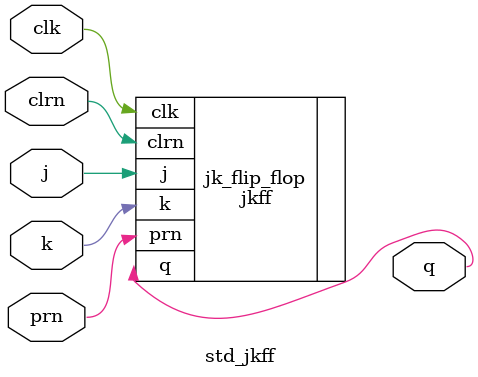
<source format=sv>
module std_jkff
(
	input j,
	input k,
	input clk,
	input clrn,
	input prn,
	output logic q
);

`ifdef NO_PRIMITIVES

	// In Altera devices, register signals have a set priority.
	// The HDL design should reflect this priority.
	always_ff @(negedge clrn, negedge prn, posedge clk) begin
		// The asynchronous reset signal has highest priority
		if (~clrn) begin
			q <= 1'b0;
		end else if (~prn) begin
			q <= 1'b1;
		end else begin
			unique case ({j,k})
				2'b00 :  q <= q;
				2'b01 :  q <= 0;
				2'b10 :  q <= 1;
				2'b11 :  q <= ~q;
			endcase
		end
	end
	
`else
	
	jkff jk_flip_flop (
		.j(j), 
		.k(k), 
		.clk(clk), 
		.clrn(clrn), 
		.prn(prn), 
		.q(q)
	);
	
`endif

endmodule: std_jkff
</source>
